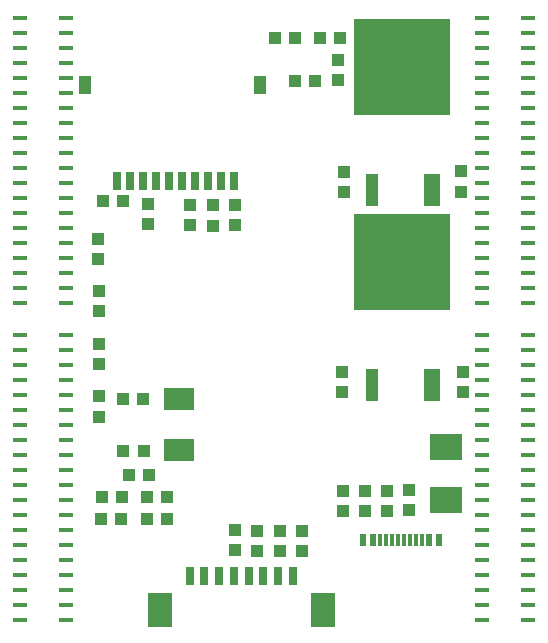
<source format=gbp>
G04*
G04 #@! TF.GenerationSoftware,Altium Limited,Altium Designer,23.6.0 (18)*
G04*
G04 Layer_Color=128*
%FSLAX44Y44*%
%MOMM*%
G71*
G04*
G04 #@! TF.SameCoordinates,1B3FBE08-8921-405D-8673-E2F24B904F06*
G04*
G04*
G04 #@! TF.FilePolarity,Positive*
G04*
G01*
G75*
%ADD18R,1.1000X1.0000*%
%ADD19R,1.0000X1.1000*%
%ADD64R,8.1300X8.1300*%
%ADD65R,0.9900X2.7900*%
%ADD66R,1.4000X2.7900*%
%ADD67R,1.0000X1.5000*%
%ADD68R,0.7000X1.6000*%
%ADD69R,0.6000X1.1400*%
%ADD70R,0.3000X1.1400*%
%ADD71R,2.8000X2.2000*%
%ADD72R,0.8000X1.6000*%
%ADD73R,2.1000X3.0000*%
%ADD74R,2.6000X1.9000*%
%ADD75R,1.2000X0.4500*%
D18*
X554000Y757750D02*
D03*
X537000D02*
D03*
X575500Y758000D02*
D03*
X592500D02*
D03*
X571250Y721250D02*
D03*
X554250D02*
D03*
X390000Y350250D02*
D03*
X407000D02*
D03*
X431000Y388000D02*
D03*
X414000D02*
D03*
X445500Y368750D02*
D03*
X428500D02*
D03*
X428500Y350500D02*
D03*
X445500D02*
D03*
X407500Y369000D02*
D03*
X390500D02*
D03*
X391500Y619500D02*
D03*
X408500D02*
D03*
X426000Y408000D02*
D03*
X409000D02*
D03*
X425750Y452000D02*
D03*
X408750D02*
D03*
D19*
X503250Y341000D02*
D03*
Y324000D02*
D03*
X388500Y499000D02*
D03*
Y482000D02*
D03*
X388250Y543750D02*
D03*
Y526750D02*
D03*
X388500Y454250D02*
D03*
Y437250D02*
D03*
X387750Y587750D02*
D03*
Y570750D02*
D03*
X590750Y739250D02*
D03*
Y722250D02*
D03*
X595250Y357500D02*
D03*
Y374500D02*
D03*
X650750Y374750D02*
D03*
Y357750D02*
D03*
X632250Y357500D02*
D03*
Y374500D02*
D03*
X613750Y357250D02*
D03*
Y374250D02*
D03*
X694500Y627750D02*
D03*
Y644750D02*
D03*
X595750Y627000D02*
D03*
Y644000D02*
D03*
X594000Y458000D02*
D03*
Y475000D02*
D03*
X696250Y457750D02*
D03*
Y474750D02*
D03*
X541250Y323500D02*
D03*
Y340500D02*
D03*
X522250Y323750D02*
D03*
Y340750D02*
D03*
X560250Y323750D02*
D03*
Y340750D02*
D03*
X429750Y600000D02*
D03*
Y617000D02*
D03*
X484750Y599000D02*
D03*
Y616000D02*
D03*
X465000Y616250D02*
D03*
Y599250D02*
D03*
X503750D02*
D03*
Y616250D02*
D03*
D64*
X645000Y733000D02*
D03*
X645171Y568479D02*
D03*
D65*
X619600Y628800D02*
D03*
X619771Y464279D02*
D03*
D66*
X670400Y628800D02*
D03*
X670571Y464279D02*
D03*
D67*
X376250Y718250D02*
D03*
X524750D02*
D03*
D68*
X502750Y637000D02*
D03*
X491750D02*
D03*
X414750D02*
D03*
X425750D02*
D03*
X436750D02*
D03*
X447750D02*
D03*
X458750D02*
D03*
X469750D02*
D03*
X480750D02*
D03*
X403750D02*
D03*
D69*
X612000Y332750D02*
D03*
X620000D02*
D03*
X668000D02*
D03*
X676000D02*
D03*
D70*
X626500D02*
D03*
X631500D02*
D03*
X636500D02*
D03*
X641500D02*
D03*
X661500D02*
D03*
X656500D02*
D03*
X651500D02*
D03*
X646500D02*
D03*
D71*
X682250Y366500D02*
D03*
Y411500D02*
D03*
D72*
X552500Y302500D02*
D03*
X540000D02*
D03*
X527500D02*
D03*
X515000D02*
D03*
X502500D02*
D03*
X490000D02*
D03*
X477500D02*
D03*
X465000D02*
D03*
D73*
X578000Y273500D02*
D03*
X439500D02*
D03*
D74*
X455750Y409250D02*
D03*
Y452250D02*
D03*
D75*
X360500Y506400D02*
D03*
Y493700D02*
D03*
Y481000D02*
D03*
Y468300D02*
D03*
Y430200D02*
D03*
Y442900D02*
D03*
Y455600D02*
D03*
Y417500D02*
D03*
Y404800D02*
D03*
Y392100D02*
D03*
Y379400D02*
D03*
Y366700D02*
D03*
Y328600D02*
D03*
Y341300D02*
D03*
Y354000D02*
D03*
Y315900D02*
D03*
Y303200D02*
D03*
Y290500D02*
D03*
Y277800D02*
D03*
Y265100D02*
D03*
X321500Y506400D02*
D03*
Y493700D02*
D03*
Y481000D02*
D03*
Y468300D02*
D03*
Y430200D02*
D03*
Y442900D02*
D03*
Y455600D02*
D03*
Y417500D02*
D03*
Y404800D02*
D03*
Y392100D02*
D03*
Y379400D02*
D03*
Y366700D02*
D03*
Y328600D02*
D03*
Y341300D02*
D03*
Y354000D02*
D03*
Y315900D02*
D03*
Y303200D02*
D03*
Y290500D02*
D03*
Y277800D02*
D03*
Y265100D02*
D03*
X751500Y506400D02*
D03*
Y493700D02*
D03*
Y481000D02*
D03*
Y468300D02*
D03*
Y430200D02*
D03*
Y442900D02*
D03*
Y455600D02*
D03*
Y417500D02*
D03*
Y404800D02*
D03*
Y392100D02*
D03*
Y379400D02*
D03*
Y366700D02*
D03*
Y328600D02*
D03*
Y341300D02*
D03*
Y354000D02*
D03*
Y315900D02*
D03*
Y303200D02*
D03*
Y290500D02*
D03*
Y277800D02*
D03*
Y265100D02*
D03*
X712500Y506400D02*
D03*
Y493700D02*
D03*
Y481000D02*
D03*
Y468300D02*
D03*
Y430200D02*
D03*
Y442900D02*
D03*
Y455600D02*
D03*
Y417500D02*
D03*
Y404800D02*
D03*
Y392100D02*
D03*
Y379400D02*
D03*
Y366700D02*
D03*
Y328600D02*
D03*
Y341300D02*
D03*
Y354000D02*
D03*
Y315900D02*
D03*
Y303200D02*
D03*
Y290500D02*
D03*
Y277800D02*
D03*
Y265100D02*
D03*
X360500Y775000D02*
D03*
Y762300D02*
D03*
Y749600D02*
D03*
Y736900D02*
D03*
Y698800D02*
D03*
Y711500D02*
D03*
Y724200D02*
D03*
Y686100D02*
D03*
Y673400D02*
D03*
Y660700D02*
D03*
Y648000D02*
D03*
Y635300D02*
D03*
Y597200D02*
D03*
Y609900D02*
D03*
Y622600D02*
D03*
Y584500D02*
D03*
Y571800D02*
D03*
Y559100D02*
D03*
Y546400D02*
D03*
Y533700D02*
D03*
X321500Y775000D02*
D03*
Y762300D02*
D03*
Y749600D02*
D03*
Y736900D02*
D03*
Y698800D02*
D03*
Y711500D02*
D03*
Y724200D02*
D03*
Y686100D02*
D03*
Y673400D02*
D03*
Y660700D02*
D03*
Y648000D02*
D03*
Y635300D02*
D03*
Y597200D02*
D03*
Y609900D02*
D03*
Y622600D02*
D03*
Y584500D02*
D03*
Y571800D02*
D03*
Y559100D02*
D03*
Y546400D02*
D03*
Y533700D02*
D03*
X751500Y775000D02*
D03*
Y762300D02*
D03*
Y749600D02*
D03*
Y736900D02*
D03*
Y698800D02*
D03*
Y711500D02*
D03*
Y724200D02*
D03*
Y686100D02*
D03*
Y673400D02*
D03*
Y660700D02*
D03*
Y648000D02*
D03*
Y635300D02*
D03*
Y597200D02*
D03*
Y609900D02*
D03*
Y622600D02*
D03*
Y584500D02*
D03*
Y571800D02*
D03*
Y559100D02*
D03*
Y546400D02*
D03*
Y533700D02*
D03*
X712500Y775000D02*
D03*
Y762300D02*
D03*
Y749600D02*
D03*
Y736900D02*
D03*
Y698800D02*
D03*
Y711500D02*
D03*
Y724200D02*
D03*
Y686100D02*
D03*
Y673400D02*
D03*
Y660700D02*
D03*
Y648000D02*
D03*
Y635300D02*
D03*
Y597200D02*
D03*
Y609900D02*
D03*
Y622600D02*
D03*
Y584500D02*
D03*
Y571800D02*
D03*
Y559100D02*
D03*
Y546400D02*
D03*
Y533700D02*
D03*
M02*

</source>
